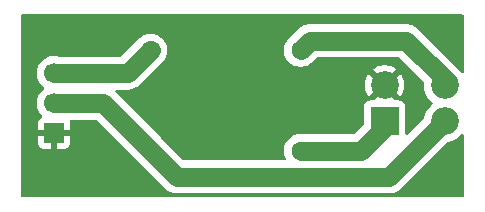
<source format=gbr>
%TF.GenerationSoftware,KiCad,Pcbnew,9.0.2*%
%TF.CreationDate,2025-11-23T22:27:33+01:00*%
%TF.ProjectId,p,702e6b69-6361-4645-9f70-636258585858,rev?*%
%TF.SameCoordinates,PX1c22260PY29f6300*%
%TF.FileFunction,Copper,L1,Top*%
%TF.FilePolarity,Positive*%
%FSLAX46Y46*%
G04 Gerber Fmt 4.6, Leading zero omitted, Abs format (unit mm)*
G04 Created by KiCad (PCBNEW 9.0.2) date 2025-11-23 22:27:33*
%MOMM*%
%LPD*%
G01*
G04 APERTURE LIST*
%TA.AperFunction,ComponentPad*%
%ADD10C,2.350000*%
%TD*%
%TA.AperFunction,ComponentPad*%
%ADD11R,2.350000X2.350000*%
%TD*%
%TA.AperFunction,ComponentPad*%
%ADD12C,1.600000*%
%TD*%
%TA.AperFunction,ComponentPad*%
%ADD13R,1.700000X1.700000*%
%TD*%
%TA.AperFunction,ComponentPad*%
%ADD14C,1.700000*%
%TD*%
%TA.AperFunction,Conductor*%
%ADD15C,1.600000*%
%TD*%
G04 APERTURE END LIST*
D10*
%TO.P,U1,4,Vss*%
%TO.N,GND*%
X31286943Y10003535D03*
%TO.P,U1,3*%
%TO.N,Net-(R2-Pad1)*%
X36366943Y10003535D03*
%TO.P,U1,2*%
%TO.N,Net-(J1-Pin_2)*%
X36358058Y6941465D03*
D11*
%TO.P,U1,1,Vdd*%
%TO.N,Net-(U1A-Vdd)*%
X31278058Y6941465D03*
%TD*%
D12*
%TO.P,R1,2*%
%TO.N,Net-(J1-Pin_2)*%
X11472500Y4472500D03*
%TO.P,R1,1*%
%TO.N,Net-(U1A-Vdd)*%
X24172500Y4472500D03*
%TD*%
%TO.P,R2,1*%
%TO.N,Net-(R2-Pad1)*%
X24172500Y12972500D03*
%TO.P,R2,2*%
%TO.N,Net-(J1-Pin_3)*%
X11472500Y12972500D03*
%TD*%
D13*
%TO.P,J1,1,Pin_1*%
%TO.N,GND*%
X3297500Y5947500D03*
D14*
%TO.P,J1,2,Pin_2*%
%TO.N,Net-(J1-Pin_2)*%
X3297500Y8487500D03*
%TO.P,J1,3,Pin_3*%
%TO.N,Net-(J1-Pin_3)*%
X3297500Y11027500D03*
%TD*%
D15*
%TO.N,Net-(J1-Pin_2)*%
X31688093Y2271500D02*
X13673500Y2271500D01*
X13673500Y2271500D02*
X11472500Y4472500D01*
X36358058Y6941465D02*
X31688093Y2271500D01*
X3297500Y8487500D02*
X7457500Y8487500D01*
X7457500Y8487500D02*
X11472500Y4472500D01*
%TO.N,Net-(J1-Pin_3)*%
X3297500Y11027500D02*
X9527500Y11027500D01*
X9527500Y11027500D02*
X11472500Y12972500D01*
%TO.N,Net-(U1A-Vdd)*%
X29323023Y4472500D02*
X31278058Y6427535D01*
X24172500Y4472500D02*
X29323023Y4472500D01*
%TO.N,Net-(R2-Pad1)*%
X33111909Y13772499D02*
X36366943Y10517465D01*
X24972499Y13772499D02*
X33111909Y13772499D01*
X24172500Y12972500D02*
X24972499Y13772499D01*
%TD*%
%TA.AperFunction,Conductor*%
%TO.N,GND*%
G36*
X37942539Y15979815D02*
G01*
X37988294Y15927011D01*
X37999500Y15875500D01*
X37999500Y11157817D01*
X37979815Y11090778D01*
X37927011Y11045023D01*
X37857853Y11035079D01*
X37794297Y11064104D01*
X37777124Y11082330D01*
X37756542Y11109153D01*
X37704699Y11176716D01*
X37704697Y11176718D01*
X37704694Y11176722D01*
X37540129Y11341287D01*
X37540122Y11341293D01*
X37464604Y11399239D01*
X37462609Y11400770D01*
X37437774Y11426265D01*
X37435181Y11429834D01*
X34184491Y14680523D01*
X34184482Y14680533D01*
X34180151Y14684864D01*
X34024274Y14840741D01*
X34024270Y14840744D01*
X34024266Y14840748D01*
X33845934Y14970312D01*
X33845933Y14970313D01*
X33845931Y14970314D01*
X33783005Y15002377D01*
X33649515Y15070395D01*
X33649512Y15070396D01*
X33439861Y15138514D01*
X33330995Y15155757D01*
X33222131Y15173000D01*
X33001687Y15173000D01*
X32996576Y15173000D01*
X32996552Y15172999D01*
X24862277Y15172999D01*
X24789700Y15161504D01*
X24644546Y15138514D01*
X24434895Y15070396D01*
X24434892Y15070395D01*
X24238473Y14970312D01*
X24060140Y14840747D01*
X24060135Y14840743D01*
X23104258Y13884866D01*
X23062915Y13827962D01*
X23006011Y13749639D01*
X22990348Y13728081D01*
X22974685Y13706523D01*
X22874604Y13510107D01*
X22874603Y13510104D01*
X22806485Y13300453D01*
X22771999Y13082721D01*
X22771999Y12862280D01*
X22797028Y12704256D01*
X22806485Y12644548D01*
X22874603Y12434897D01*
X22874604Y12434894D01*
X22942622Y12301404D01*
X22959602Y12268079D01*
X22974687Y12238475D01*
X23104252Y12060142D01*
X23104256Y12060137D01*
X23260138Y11904255D01*
X23356369Y11834340D01*
X23420526Y11787728D01*
X23438478Y11774685D01*
X23534813Y11725600D01*
X23634893Y11674605D01*
X23634896Y11674604D01*
X23711006Y11649875D01*
X23844549Y11606485D01*
X24062278Y11571999D01*
X24062279Y11571999D01*
X24282721Y11571999D01*
X24282722Y11571999D01*
X24500451Y11606485D01*
X24710106Y11674605D01*
X24906522Y11774685D01*
X24924474Y11787728D01*
X25084865Y11904258D01*
X25240742Y12060135D01*
X25240743Y12060137D01*
X25247799Y12067193D01*
X25247804Y12067200D01*
X25516287Y12335683D01*
X25577609Y12369165D01*
X25603967Y12371999D01*
X32480441Y12371999D01*
X32547480Y12352314D01*
X32568122Y12335680D01*
X34570591Y10333211D01*
X34604076Y10271888D01*
X34605849Y10229347D01*
X34591443Y10119911D01*
X34591443Y9887170D01*
X34591444Y9887153D01*
X34621153Y9661485D01*
X34621822Y9656409D01*
X34681835Y9432437D01*
X34682063Y9431588D01*
X34771123Y9216575D01*
X34771131Y9216559D01*
X34887496Y9015011D01*
X34887507Y9014995D01*
X35029185Y8830356D01*
X35029191Y8830349D01*
X35193756Y8665784D01*
X35193763Y8665778D01*
X35312999Y8574285D01*
X35354202Y8517857D01*
X35358357Y8448111D01*
X35324145Y8387191D01*
X35312999Y8377533D01*
X35184878Y8279223D01*
X35184871Y8279217D01*
X35020306Y8114652D01*
X35020300Y8114645D01*
X34878622Y7930006D01*
X34878611Y7929990D01*
X34762246Y7728442D01*
X34762238Y7728426D01*
X34673178Y7513413D01*
X34612936Y7288588D01*
X34601505Y7201757D01*
X34573238Y7137861D01*
X34566247Y7130262D01*
X33265238Y5829253D01*
X33203915Y5795768D01*
X33134223Y5800752D01*
X33078290Y5842624D01*
X33053873Y5908088D01*
X33053557Y5916909D01*
X33053557Y8155825D01*
X33053557Y8155826D01*
X33053557Y8155829D01*
X33038104Y8273219D01*
X33038102Y8273226D01*
X33038102Y8273227D01*
X32977594Y8419306D01*
X32881340Y8544747D01*
X32755899Y8641001D01*
X32609820Y8701509D01*
X32609818Y8701510D01*
X32492428Y8716964D01*
X32492425Y8716965D01*
X32492419Y8716965D01*
X32492412Y8716965D01*
X32271321Y8716965D01*
X32204282Y8736650D01*
X32183640Y8753284D01*
X31553565Y9383360D01*
X31606675Y9405358D01*
X31717230Y9479228D01*
X31811250Y9573248D01*
X31885120Y9683803D01*
X31907118Y9736913D01*
X32635068Y9008962D01*
X32635069Y9008962D01*
X32682644Y9070962D01*
X32792426Y9261109D01*
X32792430Y9261119D01*
X32876453Y9463967D01*
X32933282Y9676059D01*
X32961942Y9893743D01*
X32961943Y9893757D01*
X32961943Y10113314D01*
X32961942Y10113328D01*
X32933282Y10331012D01*
X32876453Y10543104D01*
X32792430Y10745952D01*
X32792426Y10745962D01*
X32682646Y10936107D01*
X32635069Y10998110D01*
X32635068Y10998110D01*
X31907118Y10270159D01*
X31885120Y10323267D01*
X31811250Y10433822D01*
X31717230Y10527842D01*
X31606675Y10601712D01*
X31553564Y10623712D01*
X32281516Y11351663D01*
X32219515Y11399239D01*
X32029369Y11509019D01*
X32029359Y11509023D01*
X31826511Y11593046D01*
X31614419Y11649875D01*
X31396735Y11678535D01*
X31177150Y11678535D01*
X30959466Y11649875D01*
X30747374Y11593046D01*
X30544526Y11509023D01*
X30544516Y11509019D01*
X30354375Y11399241D01*
X30354368Y11399236D01*
X30292368Y11351664D01*
X30292368Y11351663D01*
X31020320Y10623711D01*
X30967211Y10601712D01*
X30856656Y10527842D01*
X30762636Y10433822D01*
X30688766Y10323267D01*
X30666767Y10270158D01*
X29938815Y10998110D01*
X29938814Y10998110D01*
X29891242Y10936110D01*
X29891237Y10936103D01*
X29781459Y10745962D01*
X29781455Y10745952D01*
X29697432Y10543104D01*
X29640603Y10331012D01*
X29611943Y10113328D01*
X29611943Y9893743D01*
X29640603Y9676059D01*
X29697432Y9463967D01*
X29781455Y9261119D01*
X29781459Y9261109D01*
X29891239Y9070963D01*
X29938815Y9008962D01*
X30666766Y9736914D01*
X30688766Y9683803D01*
X30762636Y9573248D01*
X30856656Y9479228D01*
X30967211Y9405358D01*
X31020319Y9383360D01*
X30390243Y8753284D01*
X30328920Y8719799D01*
X30302563Y8716965D01*
X30063694Y8716965D01*
X29946304Y8701512D01*
X29946295Y8701509D01*
X29800218Y8641002D01*
X29674776Y8544747D01*
X29578521Y8419305D01*
X29518014Y8273228D01*
X29518013Y8273226D01*
X29502559Y8155836D01*
X29502559Y8155829D01*
X29502558Y8155820D01*
X29502558Y6684004D01*
X29482873Y6616965D01*
X29466239Y6596323D01*
X28779236Y5909319D01*
X28717913Y5875834D01*
X28691555Y5873000D01*
X24062278Y5873000D01*
X23989701Y5861505D01*
X23844547Y5838515D01*
X23634896Y5770397D01*
X23634893Y5770396D01*
X23438474Y5670313D01*
X23260141Y5540748D01*
X23260136Y5540744D01*
X23104256Y5384864D01*
X23104252Y5384859D01*
X22974687Y5206526D01*
X22874604Y5010107D01*
X22874603Y5010104D01*
X22806485Y4800453D01*
X22772000Y4582722D01*
X22772000Y4362279D01*
X22806485Y4144548D01*
X22874603Y3934897D01*
X22874606Y3934890D01*
X22916691Y3852296D01*
X22929588Y3783627D01*
X22903312Y3718886D01*
X22846206Y3678628D01*
X22806207Y3672000D01*
X14304968Y3672000D01*
X14237929Y3691685D01*
X14217287Y3708319D01*
X12540744Y5384862D01*
X12540742Y5384865D01*
X12384865Y5540742D01*
X12384861Y5540745D01*
X8530082Y9395524D01*
X8530062Y9395546D01*
X8510289Y9415319D01*
X8476804Y9476642D01*
X8481788Y9546334D01*
X8523660Y9602267D01*
X8589124Y9626684D01*
X8597970Y9627000D01*
X9412143Y9627000D01*
X9412167Y9626999D01*
X9417278Y9626999D01*
X9637721Y9626999D01*
X9637722Y9626999D01*
X9855451Y9661485D01*
X10065106Y9729605D01*
X10261522Y9829685D01*
X10341786Y9888000D01*
X10439865Y9959258D01*
X10595742Y10115135D01*
X10595743Y10115137D01*
X10602803Y10122197D01*
X10602808Y10122204D01*
X12540742Y12060135D01*
X12670315Y12238478D01*
X12770395Y12434894D01*
X12838515Y12644549D01*
X12873000Y12862278D01*
X12873000Y13082721D01*
X12873000Y13082722D01*
X12873000Y13082727D01*
X12838515Y13300452D01*
X12771902Y13505466D01*
X12770839Y13509234D01*
X12770394Y13510107D01*
X12670315Y13706522D01*
X12638989Y13749639D01*
X12540747Y13884859D01*
X12540743Y13884864D01*
X12384863Y14040744D01*
X12384858Y14040748D01*
X12206525Y14170313D01*
X12206524Y14170314D01*
X12206522Y14170315D01*
X12143596Y14202378D01*
X12010106Y14270396D01*
X12010103Y14270397D01*
X11800452Y14338515D01*
X11691586Y14355758D01*
X11582722Y14373000D01*
X11582721Y14373000D01*
X11362278Y14373000D01*
X11289701Y14361505D01*
X11144547Y14338515D01*
X10934896Y14270397D01*
X10934893Y14270396D01*
X10738474Y14170313D01*
X10560141Y14040748D01*
X10560136Y14040744D01*
X8983713Y12464319D01*
X8922390Y12430834D01*
X8896032Y12428000D01*
X3700761Y12428000D01*
X3662444Y12434069D01*
X3637161Y12442284D01*
X3637156Y12442285D01*
X3411662Y12478000D01*
X3411657Y12478000D01*
X3183343Y12478000D01*
X3183338Y12478000D01*
X2957839Y12442285D01*
X2740696Y12371730D01*
X2537271Y12268079D01*
X2352561Y12133878D01*
X2191122Y11972439D01*
X2056921Y11787729D01*
X1953270Y11584304D01*
X1882715Y11367161D01*
X1847000Y11141663D01*
X1847000Y10913338D01*
X1882715Y10687840D01*
X1953270Y10470697D01*
X2011157Y10357089D01*
X2056921Y10267272D01*
X2191121Y10082563D01*
X2352563Y9921121D01*
X2352569Y9921117D01*
X2439691Y9857817D01*
X2482357Y9802487D01*
X2488335Y9732873D01*
X2455728Y9671079D01*
X2439691Y9657183D01*
X2352569Y9593884D01*
X2352560Y9593877D01*
X2191122Y9432439D01*
X2056921Y9247729D01*
X1953270Y9044304D01*
X1882715Y8827161D01*
X1847000Y8601663D01*
X1847000Y8373338D01*
X1882715Y8147840D01*
X1953270Y7930697D01*
X2056921Y7727272D01*
X2191122Y7542562D01*
X2278316Y7455368D01*
X2311801Y7394045D01*
X2306817Y7324353D01*
X2264945Y7268420D01*
X2233969Y7251506D01*
X2205418Y7240857D01*
X2205406Y7240851D01*
X2090312Y7154691D01*
X2090309Y7154688D01*
X2004149Y7039594D01*
X2004145Y7039587D01*
X1953903Y6904880D01*
X1953901Y6904873D01*
X1947500Y6845345D01*
X1947500Y6197500D01*
X2864488Y6197500D01*
X2831575Y6140493D01*
X2797500Y6013326D01*
X2797500Y5881674D01*
X2831575Y5754507D01*
X2864488Y5697500D01*
X1947500Y5697500D01*
X1947500Y5049656D01*
X1953901Y4990128D01*
X1953903Y4990121D01*
X2004145Y4855414D01*
X2004149Y4855407D01*
X2090309Y4740313D01*
X2090312Y4740310D01*
X2205406Y4654150D01*
X2205413Y4654146D01*
X2340120Y4603904D01*
X2340127Y4603902D01*
X2399655Y4597501D01*
X2399672Y4597500D01*
X3047500Y4597500D01*
X3047500Y5514488D01*
X3104507Y5481575D01*
X3231674Y5447500D01*
X3363326Y5447500D01*
X3490493Y5481575D01*
X3547500Y5514488D01*
X3547500Y4597500D01*
X4195328Y4597500D01*
X4195344Y4597501D01*
X4254872Y4603902D01*
X4254879Y4603904D01*
X4389586Y4654146D01*
X4389593Y4654150D01*
X4504687Y4740310D01*
X4504690Y4740313D01*
X4590850Y4855407D01*
X4590854Y4855414D01*
X4641096Y4990121D01*
X4641098Y4990128D01*
X4647499Y5049656D01*
X4647500Y5049673D01*
X4647500Y5697500D01*
X3730512Y5697500D01*
X3763425Y5754507D01*
X3797500Y5881674D01*
X3797500Y6013326D01*
X3763425Y6140493D01*
X3730512Y6197500D01*
X4647500Y6197500D01*
X4647500Y6845328D01*
X4647499Y6845345D01*
X4641098Y6904873D01*
X4641096Y6904881D01*
X4635582Y6919665D01*
X4630596Y6989356D01*
X4664080Y7050680D01*
X4725403Y7084166D01*
X4751763Y7087000D01*
X6826032Y7087000D01*
X6893071Y7067315D01*
X6913713Y7050681D01*
X10404255Y3560139D01*
X10404258Y3560135D01*
X10560135Y3404258D01*
X10560138Y3404256D01*
X12602132Y1362262D01*
X12602146Y1362247D01*
X12605257Y1359136D01*
X12605258Y1359135D01*
X12761135Y1203258D01*
X12761138Y1203256D01*
X12761142Y1203252D01*
X12922872Y1085750D01*
X12939478Y1073685D01*
X13067875Y1008263D01*
X13135893Y973605D01*
X13135896Y973604D01*
X13240721Y939545D01*
X13345549Y905485D01*
X13563278Y870999D01*
X13563279Y870999D01*
X13788833Y870999D01*
X13788857Y871000D01*
X31572736Y871000D01*
X31572760Y870999D01*
X31577871Y870999D01*
X31798314Y870999D01*
X31798315Y870999D01*
X32016044Y905485D01*
X32225699Y973605D01*
X32422115Y1073685D01*
X32600458Y1203258D01*
X32756335Y1359135D01*
X32756336Y1359137D01*
X32763396Y1366197D01*
X32763402Y1366204D01*
X36546854Y5149657D01*
X36608175Y5183140D01*
X36618342Y5184912D01*
X36705184Y5196344D01*
X36929998Y5256583D01*
X36930003Y5256585D01*
X37145018Y5345646D01*
X37145021Y5345648D01*
X37145027Y5345650D01*
X37346590Y5462023D01*
X37531239Y5603709D01*
X37695814Y5768284D01*
X37752857Y5842624D01*
X37777124Y5874249D01*
X37833552Y5915452D01*
X37903298Y5919607D01*
X37964218Y5885395D01*
X37996971Y5823678D01*
X37999500Y5798763D01*
X37999500Y624500D01*
X37979815Y557461D01*
X37927011Y511706D01*
X37875500Y500500D01*
X624500Y500500D01*
X557461Y520185D01*
X511706Y572989D01*
X500500Y624500D01*
X500500Y15875500D01*
X520185Y15942539D01*
X572989Y15988294D01*
X624500Y15999500D01*
X37875500Y15999500D01*
X37942539Y15979815D01*
G37*
%TD.AperFunction*%
%TD*%
M02*

</source>
